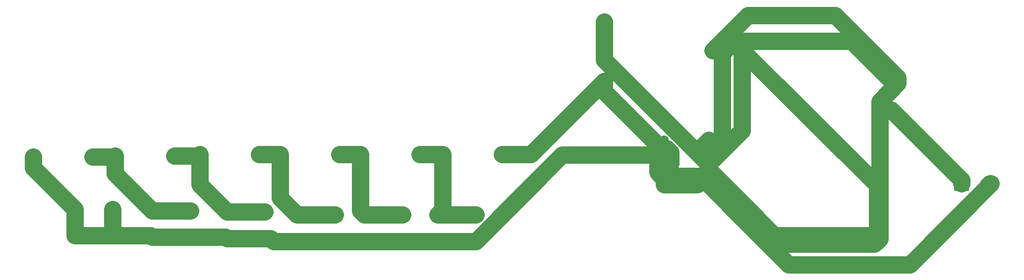
<source format=gbr>
%TF.GenerationSoftware,KiCad,Pcbnew,9.0.3*%
%TF.CreationDate,2025-07-19T19:00:48+05:30*%
%TF.ProjectId,piano wkshp,7069616e-6f20-4776-9b73-68702e6b6963,rev?*%
%TF.SameCoordinates,Original*%
%TF.FileFunction,Soldermask,Top*%
%TF.FilePolarity,Negative*%
%FSLAX46Y46*%
G04 Gerber Fmt 4.6, Leading zero omitted, Abs format (unit mm)*
G04 Created by KiCad (PCBNEW 9.0.3) date 2025-07-19 19:00:48*
%MOMM*%
%LPD*%
G01*
G04 APERTURE LIST*
G04 Aperture macros list*
%AMRoundRect*
0 Rectangle with rounded corners*
0 $1 Rounding radius*
0 $2 $3 $4 $5 $6 $7 $8 $9 X,Y pos of 4 corners*
0 Add a 4 corners polygon primitive as box body*
4,1,4,$2,$3,$4,$5,$6,$7,$8,$9,$2,$3,0*
0 Add four circle primitives for the rounded corners*
1,1,$1+$1,$2,$3*
1,1,$1+$1,$4,$5*
1,1,$1+$1,$6,$7*
1,1,$1+$1,$8,$9*
0 Add four rect primitives between the rounded corners*
20,1,$1+$1,$2,$3,$4,$5,0*
20,1,$1+$1,$4,$5,$6,$7,0*
20,1,$1+$1,$6,$7,$8,$9,0*
20,1,$1+$1,$8,$9,$2,$3,0*%
G04 Aperture macros list end*
%ADD10C,2.000000*%
%ADD11C,1.600000*%
%ADD12RoundRect,0.250000X-1.050000X-1.050000X1.050000X-1.050000X1.050000X1.050000X-1.050000X1.050000X0*%
%ADD13C,2.600000*%
%ADD14RoundRect,0.250000X1.050000X1.050000X-1.050000X1.050000X-1.050000X-1.050000X1.050000X-1.050000X0*%
%ADD15RoundRect,0.250000X0.550000X0.550000X-0.550000X0.550000X-0.550000X-0.550000X0.550000X-0.550000X0*%
%ADD16C,3.000000*%
G04 APERTURE END LIST*
D10*
%TO.C,SW3*%
X99000000Y-118000000D03*
X92500000Y-118000000D03*
X99000000Y-113500000D03*
X92500000Y-113500000D03*
%TD*%
D11*
%TO.C,R6*%
X129363000Y-103669000D03*
X139523000Y-103669000D03*
%TD*%
%TO.C,R1*%
X59420000Y-104050000D03*
X69580000Y-104050000D03*
%TD*%
%TO.C,C1*%
X202500000Y-117500000D03*
X202500000Y-122500000D03*
%TD*%
%TO.C,R5*%
X115266000Y-103669000D03*
X125426000Y-103669000D03*
%TD*%
%TO.C,R3*%
X87834000Y-103669000D03*
X97994000Y-103669000D03*
%TD*%
D10*
%TO.C,SW5*%
X122500000Y-118500000D03*
X116000000Y-118500000D03*
X122500000Y-114000000D03*
X116000000Y-114000000D03*
%TD*%
D11*
%TO.C,R7*%
X157000000Y-91080000D03*
X157000000Y-80920000D03*
%TD*%
%TO.C,C2*%
X206000000Y-91000000D03*
X206000000Y-96000000D03*
%TD*%
%TO.C,R4*%
X101550000Y-103669000D03*
X111710000Y-103669000D03*
%TD*%
D10*
%TO.C,SW6*%
X135000000Y-118500000D03*
X128500000Y-118500000D03*
X135000000Y-114000000D03*
X128500000Y-114000000D03*
%TD*%
%TO.C,SW4*%
X111000000Y-118500000D03*
X104500000Y-118500000D03*
X111000000Y-114000000D03*
X104500000Y-114000000D03*
%TD*%
D11*
%TO.C,R2*%
X73420000Y-103923000D03*
X83580000Y-103923000D03*
%TD*%
D12*
%TO.C,LS1*%
X218000000Y-108672500D03*
D13*
X223000000Y-108672500D03*
%TD*%
D14*
%TO.C,J1*%
X180500000Y-85827500D03*
D13*
X175500000Y-85827500D03*
%TD*%
D10*
%TO.C,SW2*%
X86250000Y-117750000D03*
X79750000Y-117750000D03*
X86250000Y-113250000D03*
X79750000Y-113250000D03*
%TD*%
D15*
%TO.C,U1*%
X174805000Y-108810000D03*
D11*
X174805000Y-106270000D03*
X174805000Y-103730000D03*
X174805000Y-101190000D03*
X167185000Y-101190000D03*
X167185000Y-103730000D03*
X167185000Y-106270000D03*
X167185000Y-108810000D03*
%TD*%
D10*
%TO.C,SW1*%
X73000000Y-117500000D03*
X66500000Y-117500000D03*
X73000000Y-113000000D03*
X66500000Y-113000000D03*
%TD*%
D16*
X207101000Y-90543950D02*
X207101000Y-91456050D01*
X175500000Y-85827500D02*
X181508500Y-79819000D01*
X204002000Y-94555050D02*
X204002000Y-118122150D01*
X204002000Y-118122150D02*
X203122150Y-119002000D01*
X181508500Y-79819000D02*
X196376050Y-79819000D01*
X207101000Y-91456050D02*
X204002000Y-94555050D01*
X184997000Y-119002000D02*
X174805000Y-108810000D01*
X223000000Y-108672500D02*
X222827500Y-108672500D01*
X209172500Y-122500000D02*
X202500000Y-122500000D01*
X223000000Y-108672500D02*
X209172500Y-122500000D01*
X202500000Y-122500000D02*
X188495000Y-122500000D01*
X203122150Y-119002000D02*
X184997000Y-119002000D01*
X222827500Y-108672500D02*
X222500000Y-109000000D01*
X188495000Y-122500000D02*
X174805000Y-108810000D01*
X196376050Y-79819000D02*
X207101000Y-90543950D01*
X202500000Y-117500000D02*
X186035000Y-117500000D01*
X104500000Y-118500000D02*
X111000000Y-118500000D01*
X135000000Y-118500000D02*
X149770000Y-103730000D01*
X73000000Y-113000000D02*
X73000000Y-117500000D01*
X100500000Y-118500000D02*
X104500000Y-118500000D01*
X111000000Y-118500000D02*
X116000000Y-118500000D01*
X66500000Y-117500000D02*
X73000000Y-117500000D01*
X166728950Y-107371000D02*
X166084000Y-106726050D01*
X66500000Y-113000000D02*
X66500000Y-117500000D01*
X166084000Y-104831000D02*
X167185000Y-103730000D01*
X92250000Y-117750000D02*
X92500000Y-118000000D01*
X186035000Y-117500000D02*
X174805000Y-106270000D01*
X92500000Y-118000000D02*
X99000000Y-118000000D01*
X100000000Y-118000000D02*
X100500000Y-118500000D01*
X79750000Y-117750000D02*
X86250000Y-117750000D01*
X149770000Y-103730000D02*
X167185000Y-103730000D01*
X173704000Y-107371000D02*
X166728950Y-107371000D01*
X174805000Y-106270000D02*
X173704000Y-107371000D01*
X166084000Y-106726050D02*
X166084000Y-104831000D01*
X59420000Y-104050000D02*
X59420000Y-105920000D01*
X79500000Y-117500000D02*
X79750000Y-117750000D01*
X99000000Y-118000000D02*
X100000000Y-118000000D01*
X116000000Y-118500000D02*
X122500000Y-118500000D01*
X73000000Y-117500000D02*
X79500000Y-117500000D01*
X86250000Y-117750000D02*
X92250000Y-117750000D01*
X122500000Y-118500000D02*
X128500000Y-118500000D01*
X59420000Y-105920000D02*
X66500000Y-113000000D01*
X128500000Y-118500000D02*
X135000000Y-118500000D01*
X206000000Y-96000000D02*
X218000000Y-108000000D01*
X218000000Y-108000000D02*
X218000000Y-108672500D01*
X179214840Y-84226500D02*
X177101000Y-86340340D01*
X177101000Y-101434000D02*
X174805000Y-103730000D01*
X177101000Y-86340340D02*
X177101000Y-101434000D01*
X199226500Y-84226500D02*
X179214840Y-84226500D01*
X206000000Y-91000000D02*
X199226500Y-84226500D01*
X174348950Y-107371000D02*
X172909950Y-108810000D01*
X202956050Y-118601000D02*
X186491050Y-118601000D01*
X157000000Y-87482050D02*
X174348950Y-104831000D01*
X175261050Y-104831000D02*
X180500000Y-99592050D01*
X157000000Y-80920000D02*
X157000000Y-87482050D01*
X173704000Y-104186050D02*
X173704000Y-102291000D01*
X180500000Y-99592050D02*
X180500000Y-85827500D01*
X172909950Y-108810000D02*
X167185000Y-108810000D01*
X180500000Y-85827500D02*
X203601000Y-108928500D01*
X203601000Y-117956050D02*
X202956050Y-118601000D01*
X173704000Y-102291000D02*
X174805000Y-101190000D01*
X175261050Y-104831000D02*
X174348950Y-104831000D01*
X203601000Y-108928500D02*
X203601000Y-117956050D01*
X186491050Y-118601000D02*
X175261050Y-107371000D01*
X174348950Y-104831000D02*
X173704000Y-104186050D01*
X175261050Y-107371000D02*
X174348950Y-107371000D01*
X73420000Y-106920000D02*
X79750000Y-113250000D01*
X79750000Y-113250000D02*
X86250000Y-113250000D01*
X73293000Y-104050000D02*
X73420000Y-103923000D01*
X69580000Y-104050000D02*
X73293000Y-104050000D01*
X73420000Y-103923000D02*
X73420000Y-106920000D01*
X83580000Y-103923000D02*
X87580000Y-103923000D01*
X92500000Y-113500000D02*
X99000000Y-113500000D01*
X87834000Y-103669000D02*
X87834000Y-108834000D01*
X87834000Y-108834000D02*
X92500000Y-113500000D01*
X87580000Y-103923000D02*
X87834000Y-103669000D01*
X104500000Y-114000000D02*
X111000000Y-114000000D01*
X101550000Y-103669000D02*
X101550000Y-111050000D01*
X97994000Y-103669000D02*
X101550000Y-103669000D01*
X101550000Y-111050000D02*
X104500000Y-114000000D01*
X111710000Y-103669000D02*
X115266000Y-103669000D01*
X116000000Y-114000000D02*
X122500000Y-114000000D01*
X115266000Y-113266000D02*
X116000000Y-114000000D01*
X115266000Y-103669000D02*
X115266000Y-113266000D01*
X129363000Y-103669000D02*
X129363000Y-113137000D01*
X128500000Y-114000000D02*
X135000000Y-114000000D01*
X125426000Y-103669000D02*
X129363000Y-103669000D01*
X129363000Y-113137000D02*
X128500000Y-114000000D01*
X144411000Y-103669000D02*
X157000000Y-91080000D01*
X157000000Y-91080000D02*
X157000000Y-92900050D01*
X168286000Y-103273950D02*
X168286000Y-105169000D01*
X166728950Y-102629000D02*
X167641050Y-102629000D01*
X168286000Y-105169000D02*
X167185000Y-106270000D01*
X139523000Y-103669000D02*
X144411000Y-103669000D01*
X157000000Y-92900050D02*
X166728950Y-102629000D01*
X167641050Y-102629000D02*
X168286000Y-103273950D01*
M02*

</source>
